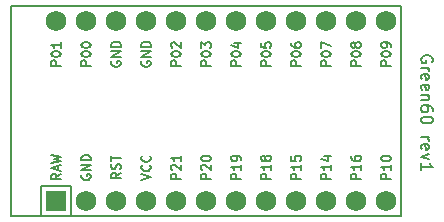
<source format=gto>
%TF.GenerationSoftware,KiCad,Pcbnew,(6.0.7-1)-1*%
%TF.CreationDate,2022-08-01T13:34:11+02:00*%
%TF.ProjectId,green60-test2,67726565-6e36-4302-9d74-657374322e6b,v1.0.0*%
%TF.SameCoordinates,Original*%
%TF.FileFunction,Legend,Top*%
%TF.FilePolarity,Positive*%
%FSLAX46Y46*%
G04 Gerber Fmt 4.6, Leading zero omitted, Abs format (unit mm)*
G04 Created by KiCad (PCBNEW (6.0.7-1)-1) date 2022-08-01 13:34:11*
%MOMM*%
%LPD*%
G01*
G04 APERTURE LIST*
%ADD10C,0.150000*%
%ADD11R,1.752600X1.752600*%
%ADD12C,1.752600*%
G04 APERTURE END LIST*
D10*
X179895183Y-22300733D02*
X179942802Y-22205495D01*
X179942802Y-22062638D01*
X179895183Y-21919781D01*
X179799944Y-21824543D01*
X179704706Y-21776924D01*
X179514230Y-21729305D01*
X179371373Y-21729305D01*
X179180897Y-21776924D01*
X179085659Y-21824543D01*
X178990421Y-21919781D01*
X178942802Y-22062638D01*
X178942802Y-22157876D01*
X178990421Y-22300733D01*
X179038040Y-22348352D01*
X179371373Y-22348352D01*
X179371373Y-22157876D01*
X178942802Y-22776924D02*
X179609468Y-22776924D01*
X179418992Y-22776924D02*
X179514230Y-22824543D01*
X179561849Y-22872162D01*
X179609468Y-22967400D01*
X179609468Y-23062638D01*
X178990421Y-23776924D02*
X178942802Y-23681686D01*
X178942802Y-23491209D01*
X178990421Y-23395971D01*
X179085659Y-23348352D01*
X179466611Y-23348352D01*
X179561849Y-23395971D01*
X179609468Y-23491209D01*
X179609468Y-23681686D01*
X179561849Y-23776924D01*
X179466611Y-23824543D01*
X179371373Y-23824543D01*
X179276135Y-23348352D01*
X178990421Y-24634067D02*
X178942802Y-24538828D01*
X178942802Y-24348352D01*
X178990421Y-24253114D01*
X179085659Y-24205495D01*
X179466611Y-24205495D01*
X179561849Y-24253114D01*
X179609468Y-24348352D01*
X179609468Y-24538828D01*
X179561849Y-24634067D01*
X179466611Y-24681686D01*
X179371373Y-24681686D01*
X179276135Y-24205495D01*
X179609468Y-25110257D02*
X178942802Y-25110257D01*
X179514230Y-25110257D02*
X179561849Y-25157876D01*
X179609468Y-25253114D01*
X179609468Y-25395971D01*
X179561849Y-25491209D01*
X179466611Y-25538828D01*
X178942802Y-25538828D01*
X179942802Y-26443590D02*
X179942802Y-26253114D01*
X179895183Y-26157876D01*
X179847563Y-26110257D01*
X179704706Y-26015019D01*
X179514230Y-25967400D01*
X179133278Y-25967400D01*
X179038040Y-26015019D01*
X178990421Y-26062638D01*
X178942802Y-26157876D01*
X178942802Y-26348352D01*
X178990421Y-26443590D01*
X179038040Y-26491209D01*
X179133278Y-26538828D01*
X179371373Y-26538828D01*
X179466611Y-26491209D01*
X179514230Y-26443590D01*
X179561849Y-26348352D01*
X179561849Y-26157876D01*
X179514230Y-26062638D01*
X179466611Y-26015019D01*
X179371373Y-25967400D01*
X179942802Y-27157876D02*
X179942802Y-27253114D01*
X179895183Y-27348352D01*
X179847563Y-27395971D01*
X179752325Y-27443590D01*
X179561849Y-27491209D01*
X179323754Y-27491209D01*
X179133278Y-27443590D01*
X179038040Y-27395971D01*
X178990421Y-27348352D01*
X178942802Y-27253114D01*
X178942802Y-27157876D01*
X178990421Y-27062638D01*
X179038040Y-27015019D01*
X179133278Y-26967400D01*
X179323754Y-26919781D01*
X179561849Y-26919781D01*
X179752325Y-26967400D01*
X179847563Y-27015019D01*
X179895183Y-27062638D01*
X179942802Y-27157876D01*
X178942802Y-28681686D02*
X179609468Y-28681686D01*
X179418992Y-28681686D02*
X179514230Y-28729305D01*
X179561849Y-28776924D01*
X179609468Y-28872162D01*
X179609468Y-28967400D01*
X178990421Y-29681686D02*
X178942802Y-29586448D01*
X178942802Y-29395971D01*
X178990421Y-29300733D01*
X179085659Y-29253114D01*
X179466611Y-29253114D01*
X179561849Y-29300733D01*
X179609468Y-29395971D01*
X179609468Y-29586448D01*
X179561849Y-29681686D01*
X179466611Y-29729305D01*
X179371373Y-29729305D01*
X179276135Y-29253114D01*
X179609468Y-30062638D02*
X178942802Y-30300733D01*
X179609468Y-30538828D01*
X178942802Y-31443590D02*
X178942802Y-30872162D01*
X178942802Y-31157876D02*
X179942802Y-31157876D01*
X179799944Y-31062638D01*
X179704706Y-30967400D01*
X179657087Y-30872162D01*
%TO.C,MCU1*%
X158587087Y-22602876D02*
X157787087Y-22602876D01*
X157787087Y-22298114D01*
X157825183Y-22221924D01*
X157863278Y-22183828D01*
X157939468Y-22145733D01*
X158053754Y-22145733D01*
X158129944Y-22183828D01*
X158168040Y-22221924D01*
X158206135Y-22298114D01*
X158206135Y-22602876D01*
X157787087Y-21650495D02*
X157787087Y-21574305D01*
X157825183Y-21498114D01*
X157863278Y-21460019D01*
X157939468Y-21421924D01*
X158091849Y-21383828D01*
X158282325Y-21383828D01*
X158434706Y-21421924D01*
X158510897Y-21460019D01*
X158548992Y-21498114D01*
X158587087Y-21574305D01*
X158587087Y-21650495D01*
X158548992Y-21726686D01*
X158510897Y-21764781D01*
X158434706Y-21802876D01*
X158282325Y-21840971D01*
X158091849Y-21840971D01*
X157939468Y-21802876D01*
X157863278Y-21764781D01*
X157825183Y-21726686D01*
X157787087Y-21650495D01*
X157863278Y-21079067D02*
X157825183Y-21040971D01*
X157787087Y-20964781D01*
X157787087Y-20774305D01*
X157825183Y-20698114D01*
X157863278Y-20660019D01*
X157939468Y-20621924D01*
X158015659Y-20621924D01*
X158129944Y-20660019D01*
X158587087Y-21117162D01*
X158587087Y-20621924D01*
X148427087Y-22602876D02*
X147627087Y-22602876D01*
X147627087Y-22298114D01*
X147665183Y-22221924D01*
X147703278Y-22183828D01*
X147779468Y-22145733D01*
X147893754Y-22145733D01*
X147969944Y-22183828D01*
X148008040Y-22221924D01*
X148046135Y-22298114D01*
X148046135Y-22602876D01*
X147627087Y-21650495D02*
X147627087Y-21574305D01*
X147665183Y-21498114D01*
X147703278Y-21460019D01*
X147779468Y-21421924D01*
X147931849Y-21383828D01*
X148122325Y-21383828D01*
X148274706Y-21421924D01*
X148350897Y-21460019D01*
X148388992Y-21498114D01*
X148427087Y-21574305D01*
X148427087Y-21650495D01*
X148388992Y-21726686D01*
X148350897Y-21764781D01*
X148274706Y-21802876D01*
X148122325Y-21840971D01*
X147931849Y-21840971D01*
X147779468Y-21802876D01*
X147703278Y-21764781D01*
X147665183Y-21726686D01*
X147627087Y-21650495D01*
X148427087Y-20621924D02*
X148427087Y-21079067D01*
X148427087Y-20850495D02*
X147627087Y-20850495D01*
X147741373Y-20926686D01*
X147817563Y-21002876D01*
X147855659Y-21079067D01*
X158587087Y-32202876D02*
X157787087Y-32202876D01*
X157787087Y-31898114D01*
X157825183Y-31821924D01*
X157863278Y-31783828D01*
X157939468Y-31745733D01*
X158053754Y-31745733D01*
X158129944Y-31783828D01*
X158168040Y-31821924D01*
X158206135Y-31898114D01*
X158206135Y-32202876D01*
X157863278Y-31440971D02*
X157825183Y-31402876D01*
X157787087Y-31326686D01*
X157787087Y-31136209D01*
X157825183Y-31060019D01*
X157863278Y-31021924D01*
X157939468Y-30983828D01*
X158015659Y-30983828D01*
X158129944Y-31021924D01*
X158587087Y-31479067D01*
X158587087Y-30983828D01*
X158587087Y-30221924D02*
X158587087Y-30679067D01*
X158587087Y-30450495D02*
X157787087Y-30450495D01*
X157901373Y-30526686D01*
X157977563Y-30602876D01*
X158015659Y-30679067D01*
X171287087Y-22602876D02*
X170487087Y-22602876D01*
X170487087Y-22298114D01*
X170525183Y-22221924D01*
X170563278Y-22183828D01*
X170639468Y-22145733D01*
X170753754Y-22145733D01*
X170829944Y-22183828D01*
X170868040Y-22221924D01*
X170906135Y-22298114D01*
X170906135Y-22602876D01*
X170487087Y-21650495D02*
X170487087Y-21574305D01*
X170525183Y-21498114D01*
X170563278Y-21460019D01*
X170639468Y-21421924D01*
X170791849Y-21383828D01*
X170982325Y-21383828D01*
X171134706Y-21421924D01*
X171210897Y-21460019D01*
X171248992Y-21498114D01*
X171287087Y-21574305D01*
X171287087Y-21650495D01*
X171248992Y-21726686D01*
X171210897Y-21764781D01*
X171134706Y-21802876D01*
X170982325Y-21840971D01*
X170791849Y-21840971D01*
X170639468Y-21802876D01*
X170563278Y-21764781D01*
X170525183Y-21726686D01*
X170487087Y-21650495D01*
X170487087Y-21117162D02*
X170487087Y-20583828D01*
X171287087Y-20926686D01*
X171287087Y-32202876D02*
X170487087Y-32202876D01*
X170487087Y-31898114D01*
X170525183Y-31821924D01*
X170563278Y-31783828D01*
X170639468Y-31745733D01*
X170753754Y-31745733D01*
X170829944Y-31783828D01*
X170868040Y-31821924D01*
X170906135Y-31898114D01*
X170906135Y-32202876D01*
X171287087Y-30983828D02*
X171287087Y-31440971D01*
X171287087Y-31212400D02*
X170487087Y-31212400D01*
X170601373Y-31288590D01*
X170677563Y-31364781D01*
X170715659Y-31440971D01*
X170753754Y-30298114D02*
X171287087Y-30298114D01*
X170448992Y-30488590D02*
X171020421Y-30679067D01*
X171020421Y-30183828D01*
X163667087Y-32202876D02*
X162867087Y-32202876D01*
X162867087Y-31898114D01*
X162905183Y-31821924D01*
X162943278Y-31783828D01*
X163019468Y-31745733D01*
X163133754Y-31745733D01*
X163209944Y-31783828D01*
X163248040Y-31821924D01*
X163286135Y-31898114D01*
X163286135Y-32202876D01*
X163667087Y-30983828D02*
X163667087Y-31440971D01*
X163667087Y-31212400D02*
X162867087Y-31212400D01*
X162981373Y-31288590D01*
X163057563Y-31364781D01*
X163095659Y-31440971D01*
X163667087Y-30602876D02*
X163667087Y-30450495D01*
X163628992Y-30374305D01*
X163590897Y-30336209D01*
X163476611Y-30260019D01*
X163324230Y-30221924D01*
X163019468Y-30221924D01*
X162943278Y-30260019D01*
X162905183Y-30298114D01*
X162867087Y-30374305D01*
X162867087Y-30526686D01*
X162905183Y-30602876D01*
X162943278Y-30640971D01*
X163019468Y-30679067D01*
X163209944Y-30679067D01*
X163286135Y-30640971D01*
X163324230Y-30602876D01*
X163362325Y-30526686D01*
X163362325Y-30374305D01*
X163324230Y-30298114D01*
X163286135Y-30260019D01*
X163209944Y-30221924D01*
X176367087Y-32202876D02*
X175567087Y-32202876D01*
X175567087Y-31898114D01*
X175605183Y-31821924D01*
X175643278Y-31783828D01*
X175719468Y-31745733D01*
X175833754Y-31745733D01*
X175909944Y-31783828D01*
X175948040Y-31821924D01*
X175986135Y-31898114D01*
X175986135Y-32202876D01*
X176367087Y-30983828D02*
X176367087Y-31440971D01*
X176367087Y-31212400D02*
X175567087Y-31212400D01*
X175681373Y-31288590D01*
X175757563Y-31364781D01*
X175795659Y-31440971D01*
X175567087Y-30488590D02*
X175567087Y-30412400D01*
X175605183Y-30336209D01*
X175643278Y-30298114D01*
X175719468Y-30260019D01*
X175871849Y-30221924D01*
X176062325Y-30221924D01*
X176214706Y-30260019D01*
X176290897Y-30298114D01*
X176328992Y-30336209D01*
X176367087Y-30412400D01*
X176367087Y-30488590D01*
X176328992Y-30564781D01*
X176290897Y-30602876D01*
X176214706Y-30640971D01*
X176062325Y-30679067D01*
X175871849Y-30679067D01*
X175719468Y-30640971D01*
X175643278Y-30602876D01*
X175605183Y-30564781D01*
X175567087Y-30488590D01*
X163667087Y-22602876D02*
X162867087Y-22602876D01*
X162867087Y-22298114D01*
X162905183Y-22221924D01*
X162943278Y-22183828D01*
X163019468Y-22145733D01*
X163133754Y-22145733D01*
X163209944Y-22183828D01*
X163248040Y-22221924D01*
X163286135Y-22298114D01*
X163286135Y-22602876D01*
X162867087Y-21650495D02*
X162867087Y-21574305D01*
X162905183Y-21498114D01*
X162943278Y-21460019D01*
X163019468Y-21421924D01*
X163171849Y-21383828D01*
X163362325Y-21383828D01*
X163514706Y-21421924D01*
X163590897Y-21460019D01*
X163628992Y-21498114D01*
X163667087Y-21574305D01*
X163667087Y-21650495D01*
X163628992Y-21726686D01*
X163590897Y-21764781D01*
X163514706Y-21802876D01*
X163362325Y-21840971D01*
X163171849Y-21840971D01*
X163019468Y-21802876D01*
X162943278Y-21764781D01*
X162905183Y-21726686D01*
X162867087Y-21650495D01*
X163133754Y-20698114D02*
X163667087Y-20698114D01*
X162828992Y-20888590D02*
X163400421Y-21079067D01*
X163400421Y-20583828D01*
X155247087Y-32298114D02*
X156047087Y-32031448D01*
X155247087Y-31764781D01*
X155970897Y-31040971D02*
X156008992Y-31079067D01*
X156047087Y-31193352D01*
X156047087Y-31269543D01*
X156008992Y-31383828D01*
X155932802Y-31460019D01*
X155856611Y-31498114D01*
X155704230Y-31536209D01*
X155589944Y-31536209D01*
X155437563Y-31498114D01*
X155361373Y-31460019D01*
X155285183Y-31383828D01*
X155247087Y-31269543D01*
X155247087Y-31193352D01*
X155285183Y-31079067D01*
X155323278Y-31040971D01*
X155970897Y-30240971D02*
X156008992Y-30279067D01*
X156047087Y-30393352D01*
X156047087Y-30469543D01*
X156008992Y-30583828D01*
X155932802Y-30660019D01*
X155856611Y-30698114D01*
X155704230Y-30736209D01*
X155589944Y-30736209D01*
X155437563Y-30698114D01*
X155361373Y-30660019D01*
X155285183Y-30583828D01*
X155247087Y-30469543D01*
X155247087Y-30393352D01*
X155285183Y-30279067D01*
X155323278Y-30240971D01*
X176367087Y-22602876D02*
X175567087Y-22602876D01*
X175567087Y-22298114D01*
X175605183Y-22221924D01*
X175643278Y-22183828D01*
X175719468Y-22145733D01*
X175833754Y-22145733D01*
X175909944Y-22183828D01*
X175948040Y-22221924D01*
X175986135Y-22298114D01*
X175986135Y-22602876D01*
X175567087Y-21650495D02*
X175567087Y-21574305D01*
X175605183Y-21498114D01*
X175643278Y-21460019D01*
X175719468Y-21421924D01*
X175871849Y-21383828D01*
X176062325Y-21383828D01*
X176214706Y-21421924D01*
X176290897Y-21460019D01*
X176328992Y-21498114D01*
X176367087Y-21574305D01*
X176367087Y-21650495D01*
X176328992Y-21726686D01*
X176290897Y-21764781D01*
X176214706Y-21802876D01*
X176062325Y-21840971D01*
X175871849Y-21840971D01*
X175719468Y-21802876D01*
X175643278Y-21764781D01*
X175605183Y-21726686D01*
X175567087Y-21650495D01*
X176367087Y-21002876D02*
X176367087Y-20850495D01*
X176328992Y-20774305D01*
X176290897Y-20736209D01*
X176176611Y-20660019D01*
X176024230Y-20621924D01*
X175719468Y-20621924D01*
X175643278Y-20660019D01*
X175605183Y-20698114D01*
X175567087Y-20774305D01*
X175567087Y-20926686D01*
X175605183Y-21002876D01*
X175643278Y-21040971D01*
X175719468Y-21079067D01*
X175909944Y-21079067D01*
X175986135Y-21040971D01*
X176024230Y-21002876D01*
X176062325Y-20926686D01*
X176062325Y-20774305D01*
X176024230Y-20698114D01*
X175986135Y-20660019D01*
X175909944Y-20621924D01*
X166207087Y-32202876D02*
X165407087Y-32202876D01*
X165407087Y-31898114D01*
X165445183Y-31821924D01*
X165483278Y-31783828D01*
X165559468Y-31745733D01*
X165673754Y-31745733D01*
X165749944Y-31783828D01*
X165788040Y-31821924D01*
X165826135Y-31898114D01*
X165826135Y-32202876D01*
X166207087Y-30983828D02*
X166207087Y-31440971D01*
X166207087Y-31212400D02*
X165407087Y-31212400D01*
X165521373Y-31288590D01*
X165597563Y-31364781D01*
X165635659Y-31440971D01*
X165749944Y-30526686D02*
X165711849Y-30602876D01*
X165673754Y-30640971D01*
X165597563Y-30679067D01*
X165559468Y-30679067D01*
X165483278Y-30640971D01*
X165445183Y-30602876D01*
X165407087Y-30526686D01*
X165407087Y-30374305D01*
X165445183Y-30298114D01*
X165483278Y-30260019D01*
X165559468Y-30221924D01*
X165597563Y-30221924D01*
X165673754Y-30260019D01*
X165711849Y-30298114D01*
X165749944Y-30374305D01*
X165749944Y-30526686D01*
X165788040Y-30602876D01*
X165826135Y-30640971D01*
X165902325Y-30679067D01*
X166054706Y-30679067D01*
X166130897Y-30640971D01*
X166168992Y-30602876D01*
X166207087Y-30526686D01*
X166207087Y-30374305D01*
X166168992Y-30298114D01*
X166130897Y-30260019D01*
X166054706Y-30221924D01*
X165902325Y-30221924D01*
X165826135Y-30260019D01*
X165788040Y-30298114D01*
X165749944Y-30374305D01*
X173827087Y-22602876D02*
X173027087Y-22602876D01*
X173027087Y-22298114D01*
X173065183Y-22221924D01*
X173103278Y-22183828D01*
X173179468Y-22145733D01*
X173293754Y-22145733D01*
X173369944Y-22183828D01*
X173408040Y-22221924D01*
X173446135Y-22298114D01*
X173446135Y-22602876D01*
X173027087Y-21650495D02*
X173027087Y-21574305D01*
X173065183Y-21498114D01*
X173103278Y-21460019D01*
X173179468Y-21421924D01*
X173331849Y-21383828D01*
X173522325Y-21383828D01*
X173674706Y-21421924D01*
X173750897Y-21460019D01*
X173788992Y-21498114D01*
X173827087Y-21574305D01*
X173827087Y-21650495D01*
X173788992Y-21726686D01*
X173750897Y-21764781D01*
X173674706Y-21802876D01*
X173522325Y-21840971D01*
X173331849Y-21840971D01*
X173179468Y-21802876D01*
X173103278Y-21764781D01*
X173065183Y-21726686D01*
X173027087Y-21650495D01*
X173369944Y-20926686D02*
X173331849Y-21002876D01*
X173293754Y-21040971D01*
X173217563Y-21079067D01*
X173179468Y-21079067D01*
X173103278Y-21040971D01*
X173065183Y-21002876D01*
X173027087Y-20926686D01*
X173027087Y-20774305D01*
X173065183Y-20698114D01*
X173103278Y-20660019D01*
X173179468Y-20621924D01*
X173217563Y-20621924D01*
X173293754Y-20660019D01*
X173331849Y-20698114D01*
X173369944Y-20774305D01*
X173369944Y-20926686D01*
X173408040Y-21002876D01*
X173446135Y-21040971D01*
X173522325Y-21079067D01*
X173674706Y-21079067D01*
X173750897Y-21040971D01*
X173788992Y-21002876D01*
X173827087Y-20926686D01*
X173827087Y-20774305D01*
X173788992Y-20698114D01*
X173750897Y-20660019D01*
X173674706Y-20621924D01*
X173522325Y-20621924D01*
X173446135Y-20660019D01*
X173408040Y-20698114D01*
X173369944Y-20774305D01*
X166207087Y-22602876D02*
X165407087Y-22602876D01*
X165407087Y-22298114D01*
X165445183Y-22221924D01*
X165483278Y-22183828D01*
X165559468Y-22145733D01*
X165673754Y-22145733D01*
X165749944Y-22183828D01*
X165788040Y-22221924D01*
X165826135Y-22298114D01*
X165826135Y-22602876D01*
X165407087Y-21650495D02*
X165407087Y-21574305D01*
X165445183Y-21498114D01*
X165483278Y-21460019D01*
X165559468Y-21421924D01*
X165711849Y-21383828D01*
X165902325Y-21383828D01*
X166054706Y-21421924D01*
X166130897Y-21460019D01*
X166168992Y-21498114D01*
X166207087Y-21574305D01*
X166207087Y-21650495D01*
X166168992Y-21726686D01*
X166130897Y-21764781D01*
X166054706Y-21802876D01*
X165902325Y-21840971D01*
X165711849Y-21840971D01*
X165559468Y-21802876D01*
X165483278Y-21764781D01*
X165445183Y-21726686D01*
X165407087Y-21650495D01*
X165407087Y-20660019D02*
X165407087Y-21040971D01*
X165788040Y-21079067D01*
X165749944Y-21040971D01*
X165711849Y-20964781D01*
X165711849Y-20774305D01*
X165749944Y-20698114D01*
X165788040Y-20660019D01*
X165864230Y-20621924D01*
X166054706Y-20621924D01*
X166130897Y-20660019D01*
X166168992Y-20698114D01*
X166207087Y-20774305D01*
X166207087Y-20964781D01*
X166168992Y-21040971D01*
X166130897Y-21079067D01*
X161127087Y-32202876D02*
X160327087Y-32202876D01*
X160327087Y-31898114D01*
X160365183Y-31821924D01*
X160403278Y-31783828D01*
X160479468Y-31745733D01*
X160593754Y-31745733D01*
X160669944Y-31783828D01*
X160708040Y-31821924D01*
X160746135Y-31898114D01*
X160746135Y-32202876D01*
X160403278Y-31440971D02*
X160365183Y-31402876D01*
X160327087Y-31326686D01*
X160327087Y-31136209D01*
X160365183Y-31060019D01*
X160403278Y-31021924D01*
X160479468Y-30983828D01*
X160555659Y-30983828D01*
X160669944Y-31021924D01*
X161127087Y-31479067D01*
X161127087Y-30983828D01*
X160327087Y-30488590D02*
X160327087Y-30412400D01*
X160365183Y-30336209D01*
X160403278Y-30298114D01*
X160479468Y-30260019D01*
X160631849Y-30221924D01*
X160822325Y-30221924D01*
X160974706Y-30260019D01*
X161050897Y-30298114D01*
X161088992Y-30336209D01*
X161127087Y-30412400D01*
X161127087Y-30488590D01*
X161088992Y-30564781D01*
X161050897Y-30602876D01*
X160974706Y-30640971D01*
X160822325Y-30679067D01*
X160631849Y-30679067D01*
X160479468Y-30640971D01*
X160403278Y-30602876D01*
X160365183Y-30564781D01*
X160327087Y-30488590D01*
X153507087Y-31669543D02*
X153126135Y-31936209D01*
X153507087Y-32126686D02*
X152707087Y-32126686D01*
X152707087Y-31821924D01*
X152745183Y-31745733D01*
X152783278Y-31707638D01*
X152859468Y-31669543D01*
X152973754Y-31669543D01*
X153049944Y-31707638D01*
X153088040Y-31745733D01*
X153126135Y-31821924D01*
X153126135Y-32126686D01*
X153468992Y-31364781D02*
X153507087Y-31250495D01*
X153507087Y-31060019D01*
X153468992Y-30983828D01*
X153430897Y-30945733D01*
X153354706Y-30907638D01*
X153278516Y-30907638D01*
X153202325Y-30945733D01*
X153164230Y-30983828D01*
X153126135Y-31060019D01*
X153088040Y-31212400D01*
X153049944Y-31288590D01*
X153011849Y-31326686D01*
X152935659Y-31364781D01*
X152859468Y-31364781D01*
X152783278Y-31326686D01*
X152745183Y-31288590D01*
X152707087Y-31212400D01*
X152707087Y-31021924D01*
X152745183Y-30907638D01*
X152707087Y-30679067D02*
X152707087Y-30221924D01*
X153507087Y-30450495D02*
X152707087Y-30450495D01*
X148427087Y-31783828D02*
X148046135Y-32050495D01*
X148427087Y-32240971D02*
X147627087Y-32240971D01*
X147627087Y-31936209D01*
X147665183Y-31860019D01*
X147703278Y-31821924D01*
X147779468Y-31783828D01*
X147893754Y-31783828D01*
X147969944Y-31821924D01*
X148008040Y-31860019D01*
X148046135Y-31936209D01*
X148046135Y-32240971D01*
X148198516Y-31479067D02*
X148198516Y-31098114D01*
X148427087Y-31555257D02*
X147627087Y-31288590D01*
X148427087Y-31021924D01*
X147627087Y-30831448D02*
X148427087Y-30640971D01*
X147855659Y-30488590D01*
X148427087Y-30336209D01*
X147627087Y-30145733D01*
X161127087Y-22602876D02*
X160327087Y-22602876D01*
X160327087Y-22298114D01*
X160365183Y-22221924D01*
X160403278Y-22183828D01*
X160479468Y-22145733D01*
X160593754Y-22145733D01*
X160669944Y-22183828D01*
X160708040Y-22221924D01*
X160746135Y-22298114D01*
X160746135Y-22602876D01*
X160327087Y-21650495D02*
X160327087Y-21574305D01*
X160365183Y-21498114D01*
X160403278Y-21460019D01*
X160479468Y-21421924D01*
X160631849Y-21383828D01*
X160822325Y-21383828D01*
X160974706Y-21421924D01*
X161050897Y-21460019D01*
X161088992Y-21498114D01*
X161127087Y-21574305D01*
X161127087Y-21650495D01*
X161088992Y-21726686D01*
X161050897Y-21764781D01*
X160974706Y-21802876D01*
X160822325Y-21840971D01*
X160631849Y-21840971D01*
X160479468Y-21802876D01*
X160403278Y-21764781D01*
X160365183Y-21726686D01*
X160327087Y-21650495D01*
X160327087Y-21117162D02*
X160327087Y-20621924D01*
X160631849Y-20888590D01*
X160631849Y-20774305D01*
X160669944Y-20698114D01*
X160708040Y-20660019D01*
X160784230Y-20621924D01*
X160974706Y-20621924D01*
X161050897Y-20660019D01*
X161088992Y-20698114D01*
X161127087Y-20774305D01*
X161127087Y-21002876D01*
X161088992Y-21079067D01*
X161050897Y-21117162D01*
X173827087Y-32202876D02*
X173027087Y-32202876D01*
X173027087Y-31898114D01*
X173065183Y-31821924D01*
X173103278Y-31783828D01*
X173179468Y-31745733D01*
X173293754Y-31745733D01*
X173369944Y-31783828D01*
X173408040Y-31821924D01*
X173446135Y-31898114D01*
X173446135Y-32202876D01*
X173827087Y-30983828D02*
X173827087Y-31440971D01*
X173827087Y-31212400D02*
X173027087Y-31212400D01*
X173141373Y-31288590D01*
X173217563Y-31364781D01*
X173255659Y-31440971D01*
X173027087Y-30298114D02*
X173027087Y-30450495D01*
X173065183Y-30526686D01*
X173103278Y-30564781D01*
X173217563Y-30640971D01*
X173369944Y-30679067D01*
X173674706Y-30679067D01*
X173750897Y-30640971D01*
X173788992Y-30602876D01*
X173827087Y-30526686D01*
X173827087Y-30374305D01*
X173788992Y-30298114D01*
X173750897Y-30260019D01*
X173674706Y-30221924D01*
X173484230Y-30221924D01*
X173408040Y-30260019D01*
X173369944Y-30298114D01*
X173331849Y-30374305D01*
X173331849Y-30526686D01*
X173369944Y-30602876D01*
X173408040Y-30640971D01*
X173484230Y-30679067D01*
X152745183Y-22240971D02*
X152707087Y-22317162D01*
X152707087Y-22431448D01*
X152745183Y-22545733D01*
X152821373Y-22621924D01*
X152897563Y-22660019D01*
X153049944Y-22698114D01*
X153164230Y-22698114D01*
X153316611Y-22660019D01*
X153392802Y-22621924D01*
X153468992Y-22545733D01*
X153507087Y-22431448D01*
X153507087Y-22355257D01*
X153468992Y-22240971D01*
X153430897Y-22202876D01*
X153164230Y-22202876D01*
X153164230Y-22355257D01*
X153507087Y-21860019D02*
X152707087Y-21860019D01*
X153507087Y-21402876D01*
X152707087Y-21402876D01*
X153507087Y-21021924D02*
X152707087Y-21021924D01*
X152707087Y-20831448D01*
X152745183Y-20717162D01*
X152821373Y-20640971D01*
X152897563Y-20602876D01*
X153049944Y-20564781D01*
X153164230Y-20564781D01*
X153316611Y-20602876D01*
X153392802Y-20640971D01*
X153468992Y-20717162D01*
X153507087Y-20831448D01*
X153507087Y-21021924D01*
X150967087Y-22602876D02*
X150167087Y-22602876D01*
X150167087Y-22298114D01*
X150205183Y-22221924D01*
X150243278Y-22183828D01*
X150319468Y-22145733D01*
X150433754Y-22145733D01*
X150509944Y-22183828D01*
X150548040Y-22221924D01*
X150586135Y-22298114D01*
X150586135Y-22602876D01*
X150167087Y-21650495D02*
X150167087Y-21574305D01*
X150205183Y-21498114D01*
X150243278Y-21460019D01*
X150319468Y-21421924D01*
X150471849Y-21383828D01*
X150662325Y-21383828D01*
X150814706Y-21421924D01*
X150890897Y-21460019D01*
X150928992Y-21498114D01*
X150967087Y-21574305D01*
X150967087Y-21650495D01*
X150928992Y-21726686D01*
X150890897Y-21764781D01*
X150814706Y-21802876D01*
X150662325Y-21840971D01*
X150471849Y-21840971D01*
X150319468Y-21802876D01*
X150243278Y-21764781D01*
X150205183Y-21726686D01*
X150167087Y-21650495D01*
X150167087Y-20888590D02*
X150167087Y-20812400D01*
X150205183Y-20736209D01*
X150243278Y-20698114D01*
X150319468Y-20660019D01*
X150471849Y-20621924D01*
X150662325Y-20621924D01*
X150814706Y-20660019D01*
X150890897Y-20698114D01*
X150928992Y-20736209D01*
X150967087Y-20812400D01*
X150967087Y-20888590D01*
X150928992Y-20964781D01*
X150890897Y-21002876D01*
X150814706Y-21040971D01*
X150662325Y-21079067D01*
X150471849Y-21079067D01*
X150319468Y-21040971D01*
X150243278Y-21002876D01*
X150205183Y-20964781D01*
X150167087Y-20888590D01*
X168747087Y-22602876D02*
X167947087Y-22602876D01*
X167947087Y-22298114D01*
X167985183Y-22221924D01*
X168023278Y-22183828D01*
X168099468Y-22145733D01*
X168213754Y-22145733D01*
X168289944Y-22183828D01*
X168328040Y-22221924D01*
X168366135Y-22298114D01*
X168366135Y-22602876D01*
X167947087Y-21650495D02*
X167947087Y-21574305D01*
X167985183Y-21498114D01*
X168023278Y-21460019D01*
X168099468Y-21421924D01*
X168251849Y-21383828D01*
X168442325Y-21383828D01*
X168594706Y-21421924D01*
X168670897Y-21460019D01*
X168708992Y-21498114D01*
X168747087Y-21574305D01*
X168747087Y-21650495D01*
X168708992Y-21726686D01*
X168670897Y-21764781D01*
X168594706Y-21802876D01*
X168442325Y-21840971D01*
X168251849Y-21840971D01*
X168099468Y-21802876D01*
X168023278Y-21764781D01*
X167985183Y-21726686D01*
X167947087Y-21650495D01*
X167947087Y-20698114D02*
X167947087Y-20850495D01*
X167985183Y-20926686D01*
X168023278Y-20964781D01*
X168137563Y-21040971D01*
X168289944Y-21079067D01*
X168594706Y-21079067D01*
X168670897Y-21040971D01*
X168708992Y-21002876D01*
X168747087Y-20926686D01*
X168747087Y-20774305D01*
X168708992Y-20698114D01*
X168670897Y-20660019D01*
X168594706Y-20621924D01*
X168404230Y-20621924D01*
X168328040Y-20660019D01*
X168289944Y-20698114D01*
X168251849Y-20774305D01*
X168251849Y-20926686D01*
X168289944Y-21002876D01*
X168328040Y-21040971D01*
X168404230Y-21079067D01*
X168747087Y-32202876D02*
X167947087Y-32202876D01*
X167947087Y-31898114D01*
X167985183Y-31821924D01*
X168023278Y-31783828D01*
X168099468Y-31745733D01*
X168213754Y-31745733D01*
X168289944Y-31783828D01*
X168328040Y-31821924D01*
X168366135Y-31898114D01*
X168366135Y-32202876D01*
X168747087Y-30983828D02*
X168747087Y-31440971D01*
X168747087Y-31212400D02*
X167947087Y-31212400D01*
X168061373Y-31288590D01*
X168137563Y-31364781D01*
X168175659Y-31440971D01*
X167947087Y-30260019D02*
X167947087Y-30640971D01*
X168328040Y-30679067D01*
X168289944Y-30640971D01*
X168251849Y-30564781D01*
X168251849Y-30374305D01*
X168289944Y-30298114D01*
X168328040Y-30260019D01*
X168404230Y-30221924D01*
X168594706Y-30221924D01*
X168670897Y-30260019D01*
X168708992Y-30298114D01*
X168747087Y-30374305D01*
X168747087Y-30564781D01*
X168708992Y-30640971D01*
X168670897Y-30679067D01*
X150205183Y-31840971D02*
X150167087Y-31917162D01*
X150167087Y-32031448D01*
X150205183Y-32145733D01*
X150281373Y-32221924D01*
X150357563Y-32260019D01*
X150509944Y-32298114D01*
X150624230Y-32298114D01*
X150776611Y-32260019D01*
X150852802Y-32221924D01*
X150928992Y-32145733D01*
X150967087Y-32031448D01*
X150967087Y-31955257D01*
X150928992Y-31840971D01*
X150890897Y-31802876D01*
X150624230Y-31802876D01*
X150624230Y-31955257D01*
X150967087Y-31460019D02*
X150167087Y-31460019D01*
X150967087Y-31002876D01*
X150167087Y-31002876D01*
X150967087Y-30621924D02*
X150167087Y-30621924D01*
X150167087Y-30431448D01*
X150205183Y-30317162D01*
X150281373Y-30240971D01*
X150357563Y-30202876D01*
X150509944Y-30164781D01*
X150624230Y-30164781D01*
X150776611Y-30202876D01*
X150852802Y-30240971D01*
X150928992Y-30317162D01*
X150967087Y-30431448D01*
X150967087Y-30621924D01*
X155285183Y-22240971D02*
X155247087Y-22317162D01*
X155247087Y-22431448D01*
X155285183Y-22545733D01*
X155361373Y-22621924D01*
X155437563Y-22660019D01*
X155589944Y-22698114D01*
X155704230Y-22698114D01*
X155856611Y-22660019D01*
X155932802Y-22621924D01*
X156008992Y-22545733D01*
X156047087Y-22431448D01*
X156047087Y-22355257D01*
X156008992Y-22240971D01*
X155970897Y-22202876D01*
X155704230Y-22202876D01*
X155704230Y-22355257D01*
X156047087Y-21860019D02*
X155247087Y-21860019D01*
X156047087Y-21402876D01*
X155247087Y-21402876D01*
X156047087Y-21021924D02*
X155247087Y-21021924D01*
X155247087Y-20831448D01*
X155285183Y-20717162D01*
X155361373Y-20640971D01*
X155437563Y-20602876D01*
X155589944Y-20564781D01*
X155704230Y-20564781D01*
X155856611Y-20602876D01*
X155932802Y-20640971D01*
X156008992Y-20717162D01*
X156047087Y-20831448D01*
X156047087Y-21021924D01*
X146795183Y-32781448D02*
X146795183Y-35321448D01*
X144255183Y-35321448D02*
X177275183Y-35321448D01*
X149335183Y-32781448D02*
X149335183Y-35321448D01*
X177275183Y-17541448D02*
X144255183Y-17541448D01*
X144255183Y-17541448D02*
X144255183Y-35321448D01*
X146795183Y-32781448D02*
X149335183Y-32781448D01*
X177275183Y-35321448D02*
X177275183Y-17541448D01*
%TD*%
D11*
%TO.C,MCU1*%
X148065183Y-34051448D03*
D12*
X150605183Y-34051448D03*
X153145183Y-34051448D03*
X155685183Y-34051448D03*
X158225183Y-34051448D03*
X160765183Y-34051448D03*
X163305183Y-34051448D03*
X165845183Y-34051448D03*
X168385183Y-34051448D03*
X170925183Y-34051448D03*
X173465183Y-34051448D03*
X176005183Y-34051448D03*
X148065183Y-18811448D03*
X150605183Y-18811448D03*
X153145183Y-18811448D03*
X155685183Y-18811448D03*
X158225183Y-18811448D03*
X160765183Y-18811448D03*
X163305183Y-18811448D03*
X165845183Y-18811448D03*
X168385183Y-18811448D03*
X170925183Y-18811448D03*
X173465183Y-18811448D03*
X176005183Y-18811448D03*
%TD*%
M02*

</source>
